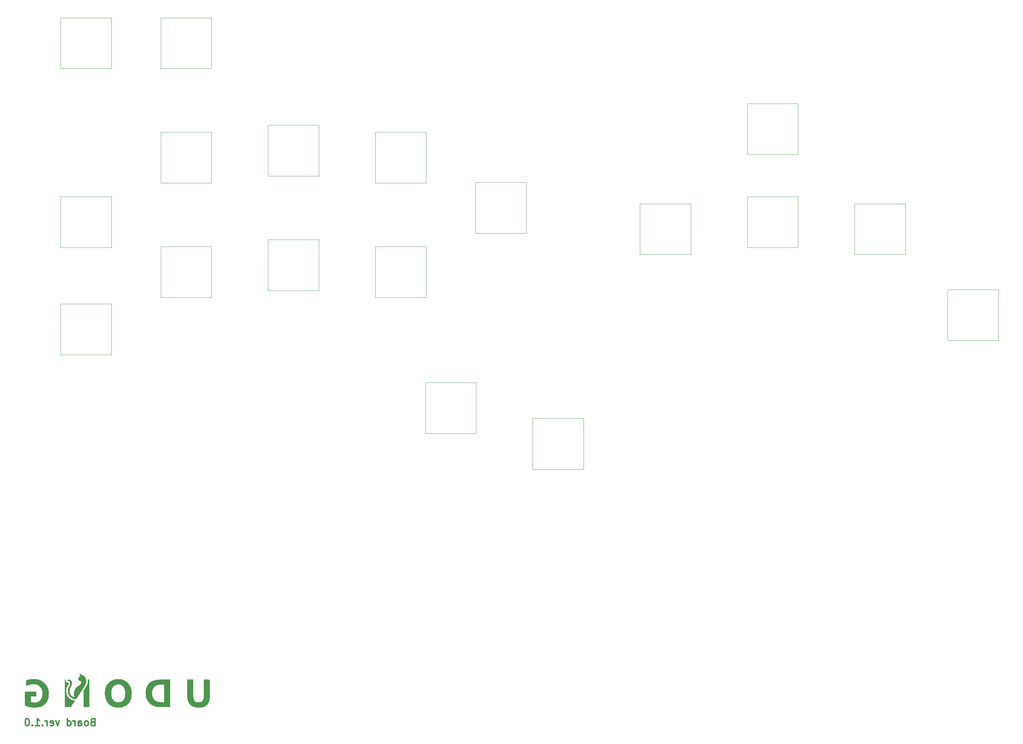
<source format=gbr>
G04 #@! TF.GenerationSoftware,KiCad,Pcbnew,8.0.3*
G04 #@! TF.CreationDate,2024-08-17T21:49:42+09:00*
G04 #@! TF.ProjectId,mainboard_top_plate,6d61696e-626f-4617-9264-5f746f705f70,rev?*
G04 #@! TF.SameCoordinates,Original*
G04 #@! TF.FileFunction,Legend,Bot*
G04 #@! TF.FilePolarity,Positive*
%FSLAX46Y46*%
G04 Gerber Fmt 4.6, Leading zero omitted, Abs format (unit mm)*
G04 Created by KiCad (PCBNEW 8.0.3) date 2024-08-17 21:49:42*
%MOMM*%
%LPD*%
G01*
G04 APERTURE LIST*
%ADD10C,0.400000*%
%ADD11C,0.000000*%
%ADD12C,0.120000*%
G04 APERTURE END LIST*
D10*
X89843985Y-255686819D02*
X89558271Y-255782057D01*
X89558271Y-255782057D02*
X89463033Y-255877295D01*
X89463033Y-255877295D02*
X89367795Y-256067771D01*
X89367795Y-256067771D02*
X89367795Y-256353485D01*
X89367795Y-256353485D02*
X89463033Y-256543961D01*
X89463033Y-256543961D02*
X89558271Y-256639200D01*
X89558271Y-256639200D02*
X89748747Y-256734438D01*
X89748747Y-256734438D02*
X90510652Y-256734438D01*
X90510652Y-256734438D02*
X90510652Y-254734438D01*
X90510652Y-254734438D02*
X89843985Y-254734438D01*
X89843985Y-254734438D02*
X89653509Y-254829676D01*
X89653509Y-254829676D02*
X89558271Y-254924914D01*
X89558271Y-254924914D02*
X89463033Y-255115390D01*
X89463033Y-255115390D02*
X89463033Y-255305866D01*
X89463033Y-255305866D02*
X89558271Y-255496342D01*
X89558271Y-255496342D02*
X89653509Y-255591580D01*
X89653509Y-255591580D02*
X89843985Y-255686819D01*
X89843985Y-255686819D02*
X90510652Y-255686819D01*
X88224938Y-256734438D02*
X88415414Y-256639200D01*
X88415414Y-256639200D02*
X88510652Y-256543961D01*
X88510652Y-256543961D02*
X88605890Y-256353485D01*
X88605890Y-256353485D02*
X88605890Y-255782057D01*
X88605890Y-255782057D02*
X88510652Y-255591580D01*
X88510652Y-255591580D02*
X88415414Y-255496342D01*
X88415414Y-255496342D02*
X88224938Y-255401104D01*
X88224938Y-255401104D02*
X87939223Y-255401104D01*
X87939223Y-255401104D02*
X87748747Y-255496342D01*
X87748747Y-255496342D02*
X87653509Y-255591580D01*
X87653509Y-255591580D02*
X87558271Y-255782057D01*
X87558271Y-255782057D02*
X87558271Y-256353485D01*
X87558271Y-256353485D02*
X87653509Y-256543961D01*
X87653509Y-256543961D02*
X87748747Y-256639200D01*
X87748747Y-256639200D02*
X87939223Y-256734438D01*
X87939223Y-256734438D02*
X88224938Y-256734438D01*
X85843985Y-256734438D02*
X85843985Y-255686819D01*
X85843985Y-255686819D02*
X85939223Y-255496342D01*
X85939223Y-255496342D02*
X86129699Y-255401104D01*
X86129699Y-255401104D02*
X86510652Y-255401104D01*
X86510652Y-255401104D02*
X86701128Y-255496342D01*
X85843985Y-256639200D02*
X86034461Y-256734438D01*
X86034461Y-256734438D02*
X86510652Y-256734438D01*
X86510652Y-256734438D02*
X86701128Y-256639200D01*
X86701128Y-256639200D02*
X86796366Y-256448723D01*
X86796366Y-256448723D02*
X86796366Y-256258247D01*
X86796366Y-256258247D02*
X86701128Y-256067771D01*
X86701128Y-256067771D02*
X86510652Y-255972533D01*
X86510652Y-255972533D02*
X86034461Y-255972533D01*
X86034461Y-255972533D02*
X85843985Y-255877295D01*
X84891604Y-256734438D02*
X84891604Y-255401104D01*
X84891604Y-255782057D02*
X84796366Y-255591580D01*
X84796366Y-255591580D02*
X84701128Y-255496342D01*
X84701128Y-255496342D02*
X84510652Y-255401104D01*
X84510652Y-255401104D02*
X84320175Y-255401104D01*
X82796366Y-256734438D02*
X82796366Y-254734438D01*
X82796366Y-256639200D02*
X82986842Y-256734438D01*
X82986842Y-256734438D02*
X83367795Y-256734438D01*
X83367795Y-256734438D02*
X83558271Y-256639200D01*
X83558271Y-256639200D02*
X83653509Y-256543961D01*
X83653509Y-256543961D02*
X83748747Y-256353485D01*
X83748747Y-256353485D02*
X83748747Y-255782057D01*
X83748747Y-255782057D02*
X83653509Y-255591580D01*
X83653509Y-255591580D02*
X83558271Y-255496342D01*
X83558271Y-255496342D02*
X83367795Y-255401104D01*
X83367795Y-255401104D02*
X82986842Y-255401104D01*
X82986842Y-255401104D02*
X82796366Y-255496342D01*
X80510651Y-255401104D02*
X80034461Y-256734438D01*
X80034461Y-256734438D02*
X79558270Y-255401104D01*
X78034460Y-256639200D02*
X78224936Y-256734438D01*
X78224936Y-256734438D02*
X78605889Y-256734438D01*
X78605889Y-256734438D02*
X78796365Y-256639200D01*
X78796365Y-256639200D02*
X78891603Y-256448723D01*
X78891603Y-256448723D02*
X78891603Y-255686819D01*
X78891603Y-255686819D02*
X78796365Y-255496342D01*
X78796365Y-255496342D02*
X78605889Y-255401104D01*
X78605889Y-255401104D02*
X78224936Y-255401104D01*
X78224936Y-255401104D02*
X78034460Y-255496342D01*
X78034460Y-255496342D02*
X77939222Y-255686819D01*
X77939222Y-255686819D02*
X77939222Y-255877295D01*
X77939222Y-255877295D02*
X78891603Y-256067771D01*
X77082079Y-256734438D02*
X77082079Y-255401104D01*
X77082079Y-255782057D02*
X76986841Y-255591580D01*
X76986841Y-255591580D02*
X76891603Y-255496342D01*
X76891603Y-255496342D02*
X76701127Y-255401104D01*
X76701127Y-255401104D02*
X76510650Y-255401104D01*
X75843984Y-256543961D02*
X75748746Y-256639200D01*
X75748746Y-256639200D02*
X75843984Y-256734438D01*
X75843984Y-256734438D02*
X75939222Y-256639200D01*
X75939222Y-256639200D02*
X75843984Y-256543961D01*
X75843984Y-256543961D02*
X75843984Y-256734438D01*
X73843984Y-256734438D02*
X74986841Y-256734438D01*
X74415413Y-256734438D02*
X74415413Y-254734438D01*
X74415413Y-254734438D02*
X74605889Y-255020152D01*
X74605889Y-255020152D02*
X74796365Y-255210628D01*
X74796365Y-255210628D02*
X74986841Y-255305866D01*
X72986841Y-256543961D02*
X72891603Y-256639200D01*
X72891603Y-256639200D02*
X72986841Y-256734438D01*
X72986841Y-256734438D02*
X73082079Y-256639200D01*
X73082079Y-256639200D02*
X72986841Y-256543961D01*
X72986841Y-256543961D02*
X72986841Y-256734438D01*
X71653508Y-254734438D02*
X71463031Y-254734438D01*
X71463031Y-254734438D02*
X71272555Y-254829676D01*
X71272555Y-254829676D02*
X71177317Y-254924914D01*
X71177317Y-254924914D02*
X71082079Y-255115390D01*
X71082079Y-255115390D02*
X70986841Y-255496342D01*
X70986841Y-255496342D02*
X70986841Y-255972533D01*
X70986841Y-255972533D02*
X71082079Y-256353485D01*
X71082079Y-256353485D02*
X71177317Y-256543961D01*
X71177317Y-256543961D02*
X71272555Y-256639200D01*
X71272555Y-256639200D02*
X71463031Y-256734438D01*
X71463031Y-256734438D02*
X71653508Y-256734438D01*
X71653508Y-256734438D02*
X71843984Y-256639200D01*
X71843984Y-256639200D02*
X71939222Y-256543961D01*
X71939222Y-256543961D02*
X72034460Y-256353485D01*
X72034460Y-256353485D02*
X72129698Y-255972533D01*
X72129698Y-255972533D02*
X72129698Y-255496342D01*
X72129698Y-255496342D02*
X72034460Y-255115390D01*
X72034460Y-255115390D02*
X71939222Y-254924914D01*
X71939222Y-254924914D02*
X71843984Y-254829676D01*
X71843984Y-254829676D02*
X71653508Y-254734438D01*
D11*
G04 #@! TO.C,G\u002A\u002A\u002A*
G36*
X88936973Y-247734633D02*
G01*
X88936973Y-251588426D01*
X88148697Y-251588426D01*
X87360421Y-251588426D01*
X87360421Y-249229621D01*
X87360421Y-246870815D01*
X87480852Y-246719187D01*
X87497558Y-246697698D01*
X87600475Y-246550955D01*
X87687880Y-246406614D01*
X87709520Y-246368215D01*
X87768498Y-246280639D01*
X87808311Y-246245668D01*
X87818464Y-246243407D01*
X87842145Y-246196816D01*
X87843466Y-246189084D01*
X87876075Y-246117736D01*
X87943516Y-246000151D01*
X88033875Y-245857419D01*
X88049832Y-245833033D01*
X88144291Y-245680208D01*
X88218724Y-245546119D01*
X88258200Y-245457392D01*
X88287900Y-245376950D01*
X88331620Y-245296748D01*
X88333337Y-245294548D01*
X88384181Y-245189328D01*
X88433367Y-245021269D01*
X88476622Y-244814254D01*
X88509675Y-244592171D01*
X88528252Y-244378904D01*
X88528082Y-244198340D01*
X88505796Y-243880840D01*
X88721384Y-243880840D01*
X88936973Y-243880840D01*
X88936973Y-247734633D01*
G37*
G36*
X82258993Y-243883459D02*
G01*
X82304132Y-243906195D01*
X82321420Y-243971541D01*
X82324214Y-244101980D01*
X82324888Y-244139063D01*
X82357151Y-244351272D01*
X82431852Y-244519544D01*
X82540754Y-244624025D01*
X82577347Y-244637903D01*
X82697590Y-244660284D01*
X82843724Y-244669116D01*
X82928653Y-244672460D01*
X83084419Y-244710664D01*
X83172406Y-244795939D01*
X83200076Y-244933831D01*
X83185723Y-245027731D01*
X83141052Y-245169375D01*
X83078713Y-245317555D01*
X83011737Y-245441784D01*
X82953154Y-245511574D01*
X82912402Y-245563247D01*
X82873604Y-245662179D01*
X82834853Y-245768341D01*
X82767394Y-245892652D01*
X82716282Y-245980371D01*
X82625276Y-246219282D01*
X82559089Y-246513205D01*
X82518870Y-246842109D01*
X82505764Y-247185960D01*
X82520919Y-247524726D01*
X82565482Y-247838375D01*
X82640601Y-248106875D01*
X82682196Y-248202062D01*
X82810794Y-248427937D01*
X82980619Y-248671584D01*
X83172741Y-248908803D01*
X83368232Y-249115392D01*
X83548162Y-249267153D01*
X83673253Y-249349051D01*
X83933384Y-249490582D01*
X84199625Y-249603510D01*
X84447853Y-249678276D01*
X84653944Y-249705323D01*
X84668109Y-249705564D01*
X84784680Y-249724822D01*
X84859607Y-249765462D01*
X84866108Y-249774299D01*
X84886461Y-249854163D01*
X84866661Y-249932654D01*
X84815736Y-249968082D01*
X84804750Y-249969985D01*
X84776628Y-250015195D01*
X84775944Y-250019776D01*
X84745213Y-250083677D01*
X84678645Y-250194748D01*
X84589832Y-250332743D01*
X84492365Y-250477417D01*
X84399836Y-250608524D01*
X84325835Y-250705820D01*
X84283955Y-250749059D01*
X84278172Y-250752309D01*
X84251111Y-250807120D01*
X84250679Y-250810434D01*
X84221372Y-250871180D01*
X84155574Y-250980239D01*
X84066663Y-251117745D01*
X83968020Y-251263832D01*
X83873024Y-251398633D01*
X83795054Y-251502281D01*
X83747490Y-251554911D01*
X83747471Y-251554925D01*
X83691544Y-251565097D01*
X83562572Y-251574017D01*
X83375075Y-251581135D01*
X83143570Y-251585898D01*
X82882576Y-251587756D01*
X82061455Y-251588426D01*
X82061455Y-247734633D01*
X82061455Y-243880840D01*
X82192835Y-243880840D01*
X82258993Y-243883459D01*
G37*
G36*
X121838504Y-243890850D02*
G01*
X122679559Y-243902737D01*
X122690870Y-246418288D01*
X122692354Y-246822130D01*
X122693059Y-247377141D01*
X122691868Y-247851818D01*
X122688797Y-248244955D01*
X122683862Y-248555347D01*
X122677078Y-248781788D01*
X122668460Y-248923073D01*
X122658025Y-248977995D01*
X122628360Y-249040133D01*
X122613869Y-249146617D01*
X122608085Y-249235063D01*
X122583581Y-249403311D01*
X122545586Y-249597751D01*
X122500341Y-249790128D01*
X122454087Y-249952186D01*
X122413066Y-250055668D01*
X122391720Y-250096012D01*
X122330137Y-250224857D01*
X122266744Y-250369941D01*
X122201947Y-250492410D01*
X122062680Y-250685616D01*
X121883441Y-250889105D01*
X121684281Y-251082301D01*
X121485250Y-251244626D01*
X121306400Y-251355503D01*
X121188296Y-251411736D01*
X121085253Y-251458977D01*
X121037318Y-251478478D01*
X121005568Y-251490865D01*
X120927835Y-251530709D01*
X120916719Y-251536103D01*
X120818386Y-251567031D01*
X120666815Y-251601167D01*
X120489904Y-251632053D01*
X120448683Y-251638435D01*
X120280082Y-251668371D01*
X120146511Y-251697948D01*
X120073869Y-251721592D01*
X120009745Y-251737749D01*
X119880872Y-251750441D01*
X119711331Y-251757988D01*
X119522473Y-251760426D01*
X119335653Y-251757792D01*
X119172222Y-251750120D01*
X119053533Y-251737446D01*
X119000938Y-251719806D01*
X118953041Y-251690531D01*
X118856026Y-251675252D01*
X118777265Y-251670715D01*
X118572497Y-251638924D01*
X118336866Y-251583776D01*
X118103389Y-251513558D01*
X117905081Y-251436557D01*
X117581834Y-251250481D01*
X117270094Y-250999290D01*
X116990501Y-250703354D01*
X116761215Y-250381913D01*
X116600391Y-250054204D01*
X116578075Y-249991156D01*
X116541090Y-249868873D01*
X116526358Y-249791445D01*
X116509144Y-249714663D01*
X116464221Y-249608630D01*
X116463030Y-249606330D01*
X116431284Y-249528991D01*
X116403934Y-249425412D01*
X116380691Y-249289460D01*
X116361265Y-249115001D01*
X116345365Y-248895903D01*
X116332702Y-248626032D01*
X116322986Y-248299254D01*
X116315926Y-247909436D01*
X116311233Y-247450445D01*
X116308616Y-246916147D01*
X116307786Y-246300409D01*
X116307662Y-243880840D01*
X117161628Y-243880840D01*
X118015593Y-243880840D01*
X118015924Y-246322306D01*
X118016324Y-246805255D01*
X118017894Y-247317189D01*
X118020986Y-247754284D01*
X118025956Y-248123523D01*
X118033157Y-248431895D01*
X118042945Y-248686383D01*
X118055675Y-248893975D01*
X118071700Y-249061656D01*
X118091376Y-249196412D01*
X118115056Y-249305228D01*
X118143096Y-249395092D01*
X118175851Y-249472988D01*
X118280691Y-249643827D01*
X118435826Y-249830038D01*
X118610286Y-249995258D01*
X118776358Y-250110082D01*
X118830387Y-250136365D01*
X118929325Y-250171138D01*
X119048849Y-250192255D01*
X119211262Y-250202960D01*
X119438869Y-250206500D01*
X119572551Y-250205107D01*
X119792708Y-250194842D01*
X119979626Y-250176531D01*
X120106170Y-250152375D01*
X120159659Y-250133166D01*
X120355267Y-250017793D01*
X120541304Y-249847091D01*
X120695244Y-249644575D01*
X120794559Y-249433763D01*
X120824569Y-249342985D01*
X120876545Y-249205302D01*
X120919223Y-249114116D01*
X120920211Y-249112318D01*
X120932110Y-249063405D01*
X120942560Y-248963523D01*
X120951671Y-248808094D01*
X120959558Y-248592543D01*
X120966331Y-248312291D01*
X120972103Y-247962762D01*
X120976987Y-247539380D01*
X120981095Y-247037567D01*
X120984538Y-246452746D01*
X120997449Y-243878963D01*
X121838504Y-243890850D01*
G37*
G36*
X86285100Y-242193345D02*
G01*
X86381929Y-242239025D01*
X86512933Y-242308175D01*
X86643888Y-242380097D01*
X86850006Y-242493092D01*
X87039310Y-242596669D01*
X87110710Y-242637038D01*
X87442187Y-242868065D01*
X87702662Y-243129858D01*
X87884595Y-243415117D01*
X88010130Y-243745936D01*
X88084632Y-244158499D01*
X88073715Y-244575542D01*
X87976841Y-244987925D01*
X87930556Y-245115411D01*
X87861654Y-245279214D01*
X87777027Y-245449125D01*
X87667831Y-245641402D01*
X87525224Y-245872302D01*
X87340364Y-246158082D01*
X87302386Y-246216056D01*
X87160377Y-246433752D01*
X87025422Y-246641904D01*
X86911234Y-246819313D01*
X86831523Y-246944782D01*
X86767857Y-247044778D01*
X86660831Y-247210372D01*
X86526218Y-247417036D01*
X86374971Y-247647960D01*
X86218045Y-247886333D01*
X86072787Y-248106777D01*
X85926780Y-248329155D01*
X85798854Y-248524797D01*
X85699097Y-248678272D01*
X85637599Y-248774146D01*
X85574790Y-248865019D01*
X85453154Y-249019519D01*
X85325244Y-249163720D01*
X85129753Y-249367746D01*
X84876552Y-249339778D01*
X84682604Y-249310613D01*
X84311389Y-249201628D01*
X83970164Y-249020904D01*
X83642124Y-248760554D01*
X83559588Y-248680676D01*
X83281473Y-248341688D01*
X83083743Y-247971360D01*
X82966799Y-247573348D01*
X82931042Y-247151310D01*
X82976874Y-246708903D01*
X83104695Y-246249785D01*
X83314906Y-245777612D01*
X83409829Y-245589399D01*
X83515849Y-245338311D01*
X83575277Y-245119847D01*
X83593302Y-244912404D01*
X83575112Y-244694383D01*
X83571732Y-244673183D01*
X83532446Y-244536322D01*
X83458124Y-244441201D01*
X83331269Y-244372807D01*
X83134387Y-244316122D01*
X83110992Y-244310587D01*
X82943886Y-244266044D01*
X82843308Y-244223914D01*
X82791306Y-244173816D01*
X82769928Y-244105369D01*
X82769763Y-244074265D01*
X82819615Y-243992751D01*
X82930694Y-243932321D01*
X83084442Y-243896082D01*
X83262300Y-243887145D01*
X83445709Y-243908618D01*
X83616111Y-243963611D01*
X83827134Y-244098115D01*
X83994956Y-244300214D01*
X84096397Y-244558329D01*
X84130536Y-244870837D01*
X84127693Y-244992769D01*
X84112048Y-245139937D01*
X84077543Y-245288790D01*
X84018387Y-245458117D01*
X83928786Y-245666707D01*
X83802947Y-245933351D01*
X83696275Y-246162957D01*
X83574052Y-246469515D01*
X83498168Y-246740027D01*
X83464886Y-246995084D01*
X83470469Y-247255280D01*
X83511181Y-247541209D01*
X83515044Y-247561663D01*
X83566749Y-247782139D01*
X83635774Y-247957136D01*
X83738938Y-248120308D01*
X83893060Y-248305305D01*
X83918626Y-248333575D01*
X84059394Y-248471519D01*
X84191988Y-248560482D01*
X84348452Y-248622805D01*
X84518575Y-248670477D01*
X84665895Y-248690436D01*
X84747077Y-248664284D01*
X84768186Y-248589526D01*
X84735286Y-248463667D01*
X84651081Y-248141503D01*
X84630171Y-247766360D01*
X84677567Y-247377592D01*
X84788208Y-246988798D01*
X84957031Y-246613579D01*
X85178974Y-246265535D01*
X85448976Y-245958266D01*
X85761973Y-245705371D01*
X85798358Y-245681170D01*
X85954902Y-245576742D01*
X86099044Y-245480216D01*
X86139118Y-245452598D01*
X86393341Y-245237328D01*
X86584722Y-244999650D01*
X86705350Y-244751468D01*
X86747318Y-244504683D01*
X86725955Y-244438962D01*
X86639075Y-244346297D01*
X86506980Y-244266248D01*
X86353180Y-244216031D01*
X86209056Y-244177702D01*
X86026201Y-244083503D01*
X85906521Y-243957055D01*
X85858142Y-243808318D01*
X85889191Y-243647254D01*
X85894849Y-243634196D01*
X85944369Y-243488532D01*
X85980585Y-243333426D01*
X86017104Y-243211305D01*
X86094823Y-243091384D01*
X86230025Y-242950470D01*
X86450224Y-242742687D01*
X86340269Y-242468746D01*
X86339804Y-242467587D01*
X86286456Y-242328231D01*
X86251859Y-242225310D01*
X86243483Y-242181030D01*
X86285100Y-242193345D01*
G37*
G36*
X111534214Y-251588426D02*
G01*
X109967462Y-251588426D01*
X109465313Y-251586531D01*
X108939265Y-251579196D01*
X108500471Y-251566335D01*
X108148847Y-251547944D01*
X107884306Y-251524018D01*
X107706763Y-251494552D01*
X107616131Y-251459541D01*
X107611593Y-251456264D01*
X107533346Y-251423358D01*
X107417662Y-251393676D01*
X107299446Y-251364073D01*
X107125792Y-251307216D01*
X106936444Y-251235163D01*
X106751189Y-251156402D01*
X106589813Y-251079422D01*
X106472104Y-251012711D01*
X106417848Y-250964758D01*
X106415593Y-250961023D01*
X106361434Y-250918786D01*
X106264572Y-250865643D01*
X106254930Y-250860777D01*
X106149109Y-250789994D01*
X106011974Y-250677247D01*
X105857526Y-250536644D01*
X105699765Y-250382290D01*
X105552690Y-250228291D01*
X105430303Y-250088753D01*
X105346604Y-249977783D01*
X105315593Y-249909488D01*
X105302873Y-249877023D01*
X105254695Y-249787269D01*
X105182919Y-249666187D01*
X105136397Y-249585371D01*
X105046468Y-249404222D01*
X104979643Y-249238547D01*
X104953621Y-249163524D01*
X104908737Y-249047423D01*
X104877226Y-248982737D01*
X104846724Y-248919655D01*
X104806447Y-248762124D01*
X104772741Y-248538813D01*
X104747025Y-248262628D01*
X104730723Y-247946473D01*
X104726255Y-247666038D01*
X106498338Y-247666038D01*
X106505933Y-247881565D01*
X106526054Y-248107520D01*
X106555320Y-248319289D01*
X106590350Y-248492408D01*
X106627761Y-248602411D01*
X106656091Y-248662774D01*
X106708497Y-248785753D01*
X106768312Y-248934102D01*
X106799582Y-249006501D01*
X106964069Y-249278778D01*
X107188666Y-249538990D01*
X107452742Y-249765736D01*
X107735667Y-249937615D01*
X107933332Y-250020500D01*
X108151540Y-250093041D01*
X108340905Y-250138568D01*
X108348047Y-250139740D01*
X108508688Y-250158155D01*
X108727403Y-250173192D01*
X108976357Y-250183330D01*
X109227715Y-250187047D01*
X109826283Y-250187047D01*
X109826283Y-247734633D01*
X109826283Y-245282219D01*
X109224128Y-245282550D01*
X109060472Y-245284081D01*
X108759002Y-245294656D01*
X108489320Y-245314041D01*
X108265363Y-245340766D01*
X108101067Y-245373365D01*
X108010371Y-245410369D01*
X107996899Y-245419121D01*
X107910753Y-245458506D01*
X107789904Y-245501808D01*
X107727249Y-245524720D01*
X107505171Y-245643203D01*
X107276362Y-245812158D01*
X107063085Y-246011484D01*
X106887598Y-246221078D01*
X106772163Y-246420840D01*
X106770504Y-246424838D01*
X106708878Y-246570110D01*
X106649505Y-246705495D01*
X106592969Y-246873040D01*
X106543173Y-247113856D01*
X106510144Y-247387625D01*
X106498338Y-247666038D01*
X104726255Y-247666038D01*
X104725255Y-247603254D01*
X104728527Y-247362281D01*
X104740086Y-247074327D01*
X104758635Y-246810079D01*
X104782770Y-246582313D01*
X104811083Y-246403805D01*
X104842170Y-246287331D01*
X104874625Y-246245668D01*
X104894416Y-246221908D01*
X104929203Y-246133272D01*
X104966031Y-246001546D01*
X104969868Y-245986568D01*
X105018037Y-245851185D01*
X105092272Y-245688931D01*
X105180604Y-245521344D01*
X105271063Y-245369958D01*
X105351677Y-245256309D01*
X105410478Y-245201932D01*
X105421928Y-245194656D01*
X105446973Y-245134182D01*
X105464414Y-245091111D01*
X105541671Y-244997347D01*
X105668196Y-244876487D01*
X105830308Y-244741304D01*
X106014324Y-244604570D01*
X106033302Y-244591500D01*
X106179952Y-244499608D01*
X106349100Y-244404939D01*
X106516596Y-244319859D01*
X106658287Y-244256732D01*
X106750022Y-244227923D01*
X106763159Y-244224514D01*
X106827104Y-244186854D01*
X106845881Y-244177165D01*
X106939071Y-244147970D01*
X107086160Y-244112023D01*
X107265035Y-244074975D01*
X107348314Y-244058903D01*
X107520480Y-244024358D01*
X107653631Y-243995854D01*
X107724214Y-243978348D01*
X107730971Y-243976385D01*
X107824547Y-243965307D01*
X107949673Y-243965598D01*
X107971637Y-243966371D01*
X108079404Y-243956312D01*
X108138378Y-243927660D01*
X108149245Y-243921538D01*
X108229950Y-243908903D01*
X108389478Y-243898673D01*
X108629576Y-243890800D01*
X108951992Y-243885235D01*
X109358472Y-243881931D01*
X109850764Y-243880840D01*
X111534214Y-243880840D01*
X111534214Y-247734633D01*
X111534214Y-251588426D01*
G37*
G36*
X73626868Y-243757623D02*
G01*
X73980032Y-243775768D01*
X74288180Y-243809791D01*
X74562577Y-243863205D01*
X74877860Y-243947600D01*
X75185443Y-244050761D01*
X75458823Y-244163726D01*
X75671496Y-244277534D01*
X75752711Y-244326981D01*
X75861119Y-244384106D01*
X75925640Y-244406357D01*
X75948488Y-244417410D01*
X76026963Y-244479182D01*
X76144770Y-244584048D01*
X76288943Y-244719200D01*
X76446512Y-244871834D01*
X76604512Y-245029142D01*
X76749973Y-245178319D01*
X76869929Y-245306560D01*
X76951413Y-245401057D01*
X76981455Y-245449007D01*
X77000857Y-245505693D01*
X77054232Y-245614637D01*
X77129667Y-245750649D01*
X77197157Y-245875171D01*
X77290126Y-246071192D01*
X77359581Y-246245668D01*
X77396910Y-246350342D01*
X77440342Y-246458016D01*
X77467736Y-246508426D01*
X77468842Y-246509546D01*
X77490799Y-246565912D01*
X77521734Y-246682930D01*
X77555322Y-246836875D01*
X77581336Y-247005873D01*
X77603284Y-247256837D01*
X77615110Y-247543049D01*
X77617397Y-247849176D01*
X77610731Y-248159885D01*
X77595695Y-248459842D01*
X77572874Y-248733714D01*
X77542851Y-248966170D01*
X77506212Y-249141874D01*
X77463540Y-249245495D01*
X77436903Y-249300597D01*
X77392055Y-249416087D01*
X77340571Y-249563679D01*
X77290221Y-249698659D01*
X77221174Y-249849702D01*
X77159269Y-249952774D01*
X77155526Y-249957580D01*
X77094318Y-250052212D01*
X77069042Y-250122310D01*
X77064426Y-250138340D01*
X77013148Y-250215394D01*
X76915869Y-250332324D01*
X76786097Y-250475258D01*
X76637336Y-250630323D01*
X76483095Y-250783648D01*
X76336878Y-250921361D01*
X76212192Y-251029588D01*
X76122542Y-251094459D01*
X76092791Y-251111321D01*
X75811086Y-251261495D01*
X75542949Y-251388642D01*
X75317318Y-251478944D01*
X75299850Y-251485602D01*
X75229731Y-251514737D01*
X75225056Y-251516702D01*
X75103090Y-251555547D01*
X74929476Y-251597577D01*
X74737647Y-251636051D01*
X74561041Y-251664228D01*
X74433092Y-251675365D01*
X74409849Y-251675901D01*
X74302207Y-251690872D01*
X74244387Y-251719806D01*
X74193159Y-251737144D01*
X74067982Y-251751142D01*
X73883268Y-251760310D01*
X73653180Y-251763599D01*
X73427880Y-251760454D01*
X73241975Y-251751408D01*
X73115284Y-251737509D01*
X73061973Y-251719806D01*
X73048794Y-251708644D01*
X72967477Y-251685306D01*
X72845260Y-251676013D01*
X72797554Y-251674721D01*
X72638939Y-251660398D01*
X72450737Y-251633735D01*
X72256276Y-251599136D01*
X72078883Y-251561000D01*
X71941885Y-251523731D01*
X71868611Y-251491729D01*
X71840084Y-251472879D01*
X71813869Y-251478944D01*
X71806096Y-251489525D01*
X71759128Y-251468448D01*
X71685393Y-251430279D01*
X71573007Y-251394246D01*
X71476807Y-251362992D01*
X71328325Y-251302763D01*
X71167921Y-251228919D01*
X70894214Y-251094679D01*
X70894214Y-249151897D01*
X70894214Y-247209116D01*
X72515671Y-247209116D01*
X74137128Y-247209116D01*
X74125068Y-247898857D01*
X74113007Y-248588599D01*
X73357576Y-248600581D01*
X72602145Y-248612564D01*
X72602145Y-249375850D01*
X72602145Y-250139137D01*
X72766369Y-250184744D01*
X72785665Y-250189932D01*
X72920351Y-250218722D01*
X73026543Y-250230596D01*
X73088511Y-250239262D01*
X73149559Y-250274633D01*
X73187305Y-250291813D01*
X73294120Y-250307200D01*
X73444425Y-250315683D01*
X73613852Y-250317155D01*
X73778031Y-250311506D01*
X73912593Y-250298626D01*
X73993170Y-250278408D01*
X74042527Y-250258822D01*
X74164885Y-250223404D01*
X74314408Y-250189162D01*
X74547819Y-250120107D01*
X74859139Y-249959639D01*
X75140938Y-249736017D01*
X75372762Y-249463271D01*
X75400815Y-249421606D01*
X75497647Y-249267767D01*
X75571596Y-249135056D01*
X75608485Y-249048426D01*
X75618807Y-249012236D01*
X75663530Y-248886219D01*
X75721734Y-248745415D01*
X75735116Y-248712057D01*
X75781194Y-248530647D01*
X75813180Y-248292798D01*
X75831157Y-248018934D01*
X75835209Y-247729481D01*
X75825421Y-247444865D01*
X75801875Y-247185510D01*
X75764656Y-246971843D01*
X75713847Y-246824290D01*
X75684991Y-246762932D01*
X75632199Y-246639160D01*
X75572171Y-246490267D01*
X75457331Y-246260965D01*
X75240339Y-245972900D01*
X74964041Y-245713943D01*
X74644361Y-245496338D01*
X74297226Y-245332331D01*
X73938561Y-245234166D01*
X73710480Y-245209108D01*
X73433724Y-245200633D01*
X73129413Y-245207425D01*
X72816710Y-245227836D01*
X72514777Y-245260214D01*
X72242778Y-245302912D01*
X72019874Y-245354278D01*
X71865229Y-245412663D01*
X71806644Y-245441492D01*
X71685819Y-245497144D01*
X71540162Y-245561775D01*
X71288352Y-245671512D01*
X71288352Y-244863762D01*
X71289718Y-244640605D01*
X71294991Y-244401151D01*
X71303712Y-244216654D01*
X71315330Y-244097985D01*
X71329294Y-244056013D01*
X71392711Y-244041668D01*
X71493518Y-244005391D01*
X71591278Y-243968636D01*
X71660593Y-243948843D01*
X71673963Y-243946418D01*
X71759260Y-243925605D01*
X71879559Y-243892459D01*
X71927341Y-243879596D01*
X72187782Y-243829265D01*
X72509143Y-243791175D01*
X72870235Y-243766053D01*
X73249873Y-243754627D01*
X73626868Y-243757623D01*
G37*
G36*
X100784836Y-247829744D02*
G01*
X100777298Y-248165132D01*
X100759079Y-248485619D01*
X100730772Y-248776737D01*
X100692968Y-249024016D01*
X100646261Y-249212988D01*
X100591243Y-249329184D01*
X100571099Y-249365124D01*
X100527304Y-249469525D01*
X100478902Y-249606273D01*
X100446035Y-249698705D01*
X100398179Y-249808226D01*
X100362228Y-249861531D01*
X100346620Y-249876645D01*
X100294538Y-249955168D01*
X100234276Y-250070584D01*
X100211045Y-250115292D01*
X100098896Y-250283385D01*
X99940685Y-250478919D01*
X99754128Y-250682229D01*
X99556939Y-250873652D01*
X99366832Y-251033522D01*
X99246734Y-251119740D01*
X98875539Y-251336355D01*
X98476411Y-251506848D01*
X98083817Y-251615581D01*
X98026148Y-251626954D01*
X97856503Y-251663792D01*
X97723445Y-251697593D01*
X97651800Y-251722228D01*
X97587603Y-251738201D01*
X97458633Y-251750729D01*
X97289042Y-251758125D01*
X97100176Y-251760436D01*
X96913380Y-251757712D01*
X96750000Y-251750000D01*
X96631381Y-251737348D01*
X96578869Y-251719806D01*
X96577932Y-251718404D01*
X96516663Y-251688417D01*
X96411180Y-251676013D01*
X96202956Y-251654377D01*
X95930072Y-251586910D01*
X95630931Y-251482273D01*
X95327752Y-251349310D01*
X95042751Y-251196869D01*
X94798148Y-251033795D01*
X94660206Y-250920272D01*
X94480612Y-250753582D01*
X94303268Y-250571994D01*
X94144503Y-250393165D01*
X94020645Y-250234755D01*
X93948023Y-250114421D01*
X93942604Y-250102225D01*
X93892766Y-250007937D01*
X93853837Y-249961146D01*
X93842350Y-249951312D01*
X93805263Y-249892231D01*
X93747345Y-249774626D01*
X93664927Y-249590807D01*
X93554344Y-249333082D01*
X93533579Y-249276529D01*
X93488129Y-249116881D01*
X93441675Y-248918227D01*
X93400595Y-248711340D01*
X93371269Y-248526994D01*
X93360076Y-248395961D01*
X93347657Y-248297367D01*
X93316283Y-248238254D01*
X93311527Y-248232538D01*
X93295232Y-248161720D01*
X93283286Y-248029998D01*
X93280051Y-247955777D01*
X95118242Y-247955777D01*
X95147293Y-248399587D01*
X95221149Y-248784990D01*
X95342827Y-249122684D01*
X95515345Y-249423364D01*
X95741718Y-249697726D01*
X95805689Y-249762432D01*
X96045000Y-249965628D01*
X96285338Y-250101413D01*
X96548180Y-250182700D01*
X96881632Y-250225443D01*
X97307766Y-250213912D01*
X97717490Y-250133160D01*
X97771178Y-250115082D01*
X97999702Y-249996571D01*
X98231791Y-249819805D01*
X98447204Y-249604388D01*
X98625701Y-249369923D01*
X98747044Y-249136013D01*
X98754579Y-249116414D01*
X98800766Y-249006752D01*
X98835819Y-248938944D01*
X98844526Y-248925064D01*
X98890235Y-248798970D01*
X98928444Y-248605934D01*
X98958421Y-248363314D01*
X98979434Y-248088468D01*
X98990750Y-247798754D01*
X98991638Y-247511530D01*
X98981365Y-247244153D01*
X98959200Y-247013981D01*
X98924411Y-246838372D01*
X98891232Y-246733889D01*
X98781870Y-246462079D01*
X98645056Y-246193280D01*
X98492999Y-245947975D01*
X98337908Y-245746644D01*
X98191992Y-245609768D01*
X97914579Y-245439978D01*
X97572724Y-245308431D01*
X97203767Y-245250095D01*
X96959723Y-245243386D01*
X96614820Y-245274520D01*
X96314528Y-245362798D01*
X96040856Y-245514334D01*
X95775815Y-245735240D01*
X95756547Y-245754093D01*
X95539992Y-246009734D01*
X95372676Y-246303125D01*
X95250669Y-246645059D01*
X95170044Y-247046326D01*
X95126870Y-247517718D01*
X95118242Y-247955777D01*
X93280051Y-247955777D01*
X93275814Y-247858563D01*
X93272940Y-247668606D01*
X93274788Y-247481318D01*
X93281482Y-247317889D01*
X93293145Y-247199509D01*
X93309902Y-247147370D01*
X93330667Y-247104830D01*
X93355438Y-246996949D01*
X93375901Y-246850746D01*
X93395469Y-246703377D01*
X93428471Y-246515651D01*
X93468030Y-246328160D01*
X93509166Y-246162485D01*
X93546896Y-246040208D01*
X93576239Y-245982909D01*
X93591588Y-245961710D01*
X93633498Y-245875993D01*
X93683752Y-245752196D01*
X93712482Y-245680257D01*
X93768643Y-245560390D01*
X93813394Y-245489438D01*
X93861697Y-245421976D01*
X93917572Y-245316025D01*
X93978851Y-245218765D01*
X94093270Y-245077823D01*
X94243858Y-244912076D01*
X94414861Y-244737579D01*
X94590526Y-244570384D01*
X94755102Y-244426546D01*
X94892835Y-244322118D01*
X95011214Y-244247958D01*
X95184074Y-244151604D01*
X95330766Y-244082163D01*
X95385678Y-244059626D01*
X95528747Y-243997720D01*
X95637318Y-243946581D01*
X95669530Y-243931024D01*
X95879243Y-243861375D01*
X96159364Y-243812204D01*
X96514963Y-243782840D01*
X96951111Y-243772612D01*
X97138488Y-243774320D01*
X97452486Y-243786354D01*
X97739433Y-243808476D01*
X97984212Y-243839031D01*
X98171707Y-243876364D01*
X98286800Y-243918821D01*
X98299121Y-243925890D01*
X98352490Y-243948520D01*
X98362840Y-243951530D01*
X98434216Y-243979297D01*
X98543959Y-244025829D01*
X98584655Y-244043174D01*
X98689137Y-244083637D01*
X98747062Y-244099806D01*
X98787279Y-244116913D01*
X98881128Y-244172436D01*
X99003417Y-244253082D01*
X99108948Y-244323536D01*
X99205911Y-244383360D01*
X99253838Y-244406357D01*
X99254879Y-244406427D01*
X99299977Y-244439823D01*
X99367555Y-244515840D01*
X99369187Y-244517903D01*
X99443754Y-244593841D01*
X99503153Y-244625323D01*
X99553858Y-244648458D01*
X99641042Y-244715795D01*
X99735210Y-244803548D01*
X99810601Y-244887497D01*
X99841455Y-244943419D01*
X99866860Y-244994356D01*
X99933741Y-245091681D01*
X100027576Y-245214204D01*
X100210596Y-245462404D01*
X100410696Y-245812782D01*
X100528920Y-246147133D01*
X100550969Y-246208832D01*
X100585611Y-246245668D01*
X100596647Y-246258779D01*
X100625683Y-246338962D01*
X100662230Y-246475887D01*
X100700936Y-246650754D01*
X100737435Y-246878870D01*
X100765497Y-247172144D01*
X100781100Y-247493926D01*
X100781296Y-247511530D01*
X100784836Y-247829744D01*
G37*
D12*
G04 #@! TO.C,U13*
X138900000Y-88900000D02*
X138900000Y-103100000D01*
X138900000Y-103100000D02*
X153100000Y-103100000D01*
X153100000Y-88900000D02*
X138900000Y-88900000D01*
X153100000Y-103100000D02*
X153100000Y-88900000D01*
G04 #@! TO.C,U15*
X108900000Y-90900000D02*
X108900000Y-105100000D01*
X108900000Y-105100000D02*
X123100000Y-105100000D01*
X123100000Y-90900000D02*
X108900000Y-90900000D01*
X123100000Y-105100000D02*
X123100000Y-90900000D01*
G04 #@! TO.C,U6*
X80900000Y-108900000D02*
X80900000Y-123100000D01*
X80900000Y-123100000D02*
X95100000Y-123100000D01*
X95100000Y-108900000D02*
X80900000Y-108900000D01*
X95100000Y-123100000D02*
X95100000Y-108900000D01*
G04 #@! TO.C,U10*
X168900000Y-90900000D02*
X168900000Y-105100000D01*
X168900000Y-105100000D02*
X183100000Y-105100000D01*
X183100000Y-90900000D02*
X168900000Y-90900000D01*
X183100000Y-105100000D02*
X183100000Y-90900000D01*
G04 #@! TO.C,U19*
X80900000Y-138900000D02*
X80900000Y-153100000D01*
X80900000Y-153100000D02*
X95100000Y-153100000D01*
X95100000Y-138900000D02*
X80900000Y-138900000D01*
X95100000Y-153100000D02*
X95100000Y-138900000D01*
G04 #@! TO.C,SW4*
X168900000Y-122900000D02*
X168900000Y-137100000D01*
X168900000Y-137100000D02*
X183100000Y-137100000D01*
X183100000Y-122900000D02*
X168900000Y-122900000D01*
X183100000Y-137100000D02*
X183100000Y-122900000D01*
G04 #@! TO.C,U12*
X108900000Y-122900000D02*
X108900000Y-137100000D01*
X108900000Y-137100000D02*
X123100000Y-137100000D01*
X123100000Y-122900000D02*
X108900000Y-122900000D01*
X123100000Y-137100000D02*
X123100000Y-122900000D01*
G04 #@! TO.C,U14*
X138900000Y-120900000D02*
X138900000Y-135100000D01*
X138900000Y-135100000D02*
X153100000Y-135100000D01*
X153100000Y-120900000D02*
X138900000Y-120900000D01*
X153100000Y-135100000D02*
X153100000Y-120900000D01*
G04 #@! TO.C,U17*
X328900000Y-134900000D02*
X328900000Y-149100000D01*
X328900000Y-149100000D02*
X343100000Y-149100000D01*
X343100000Y-134900000D02*
X328900000Y-134900000D01*
X343100000Y-149100000D02*
X343100000Y-134900000D01*
G04 #@! TO.C,U16*
X182900000Y-160900000D02*
X182900000Y-175100000D01*
X182900000Y-175100000D02*
X197100000Y-175100000D01*
X197100000Y-160900000D02*
X182900000Y-160900000D01*
X197100000Y-175100000D02*
X197100000Y-160900000D01*
G04 #@! TO.C,U8*
X196900000Y-104900000D02*
X196900000Y-119100000D01*
X196900000Y-119100000D02*
X211100000Y-119100000D01*
X211100000Y-104900000D02*
X196900000Y-104900000D01*
X211100000Y-119100000D02*
X211100000Y-104900000D01*
G04 #@! TO.C,U9*
X272900000Y-82900000D02*
X272900000Y-97100000D01*
X272900000Y-97100000D02*
X287100000Y-97100000D01*
X287100000Y-82900000D02*
X272900000Y-82900000D01*
X287100000Y-97100000D02*
X287100000Y-82900000D01*
G04 #@! TO.C,U21*
X212900000Y-170900000D02*
X212900000Y-185100000D01*
X212900000Y-185100000D02*
X227100000Y-185100000D01*
X227100000Y-170900000D02*
X212900000Y-170900000D01*
X227100000Y-185100000D02*
X227100000Y-170900000D01*
G04 #@! TO.C,SW3*
X302900000Y-110900000D02*
X302900000Y-125100000D01*
X302900000Y-125100000D02*
X317100000Y-125100000D01*
X317100000Y-110900000D02*
X302900000Y-110900000D01*
X317100000Y-125100000D02*
X317100000Y-110900000D01*
G04 #@! TO.C,U11*
X242900000Y-110900000D02*
X242900000Y-125100000D01*
X242900000Y-125100000D02*
X257100000Y-125100000D01*
X257100000Y-110900000D02*
X242900000Y-110900000D01*
X257100000Y-125100000D02*
X257100000Y-110900000D01*
G04 #@! TO.C,U20*
X272900000Y-108900000D02*
X272900000Y-123100000D01*
X272900000Y-123100000D02*
X287100000Y-123100000D01*
X287100000Y-108900000D02*
X272900000Y-108900000D01*
X287100000Y-123100000D02*
X287100000Y-108900000D01*
G04 #@! TO.C,U7*
X80900000Y-58900000D02*
X80900000Y-73100000D01*
X80900000Y-73100000D02*
X95100000Y-73100000D01*
X95100000Y-58900000D02*
X80900000Y-58900000D01*
X95100000Y-73100000D02*
X95100000Y-58900000D01*
G04 #@! TO.C,U18*
X108900000Y-58900000D02*
X108900000Y-73100000D01*
X108900000Y-73100000D02*
X123100000Y-73100000D01*
X123100000Y-58900000D02*
X108900000Y-58900000D01*
X123100000Y-73100000D02*
X123100000Y-58900000D01*
G04 #@! TD*
M02*

</source>
